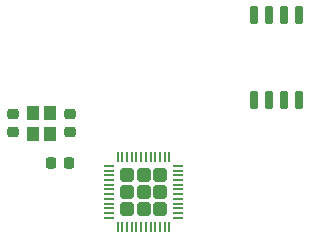
<source format=gbr>
G04 #@! TF.GenerationSoftware,KiCad,Pcbnew,5.99.0-unknown-3100cd3599~128~ubuntu20.04.1*
G04 #@! TF.CreationDate,2021-06-01T14:38:40+02:00*
G04 #@! TF.ProjectId,esp32,65737033-322e-46b6-9963-61645f706362,rev?*
G04 #@! TF.SameCoordinates,Original*
G04 #@! TF.FileFunction,Paste,Top*
G04 #@! TF.FilePolarity,Positive*
%FSLAX46Y46*%
G04 Gerber Fmt 4.6, Leading zero omitted, Abs format (unit mm)*
G04 Created by KiCad (PCBNEW 5.99.0-unknown-3100cd3599~128~ubuntu20.04.1) date 2021-06-01 14:38:40*
%MOMM*%
%LPD*%
G01*
G04 APERTURE LIST*
G04 Aperture macros list*
%AMRoundRect*
0 Rectangle with rounded corners*
0 $1 Rounding radius*
0 $2 $3 $4 $5 $6 $7 $8 $9 X,Y pos of 4 corners*
0 Add a 4 corners polygon primitive as box body*
4,1,4,$2,$3,$4,$5,$6,$7,$8,$9,$2,$3,0*
0 Add four circle primitives for the rounded corners*
1,1,$1+$1,$2,$3*
1,1,$1+$1,$4,$5*
1,1,$1+$1,$6,$7*
1,1,$1+$1,$8,$9*
0 Add four rect primitives between the rounded corners*
20,1,$1+$1,$2,$3,$4,$5,0*
20,1,$1+$1,$4,$5,$6,$7,0*
20,1,$1+$1,$6,$7,$8,$9,0*
20,1,$1+$1,$8,$9,$2,$3,0*%
G04 Aperture macros list end*
%ADD10RoundRect,0.150000X-0.150000X0.650000X-0.150000X-0.650000X0.150000X-0.650000X0.150000X0.650000X0*%
%ADD11R,1.000000X1.150000*%
%ADD12RoundRect,0.250000X-0.330000X-0.330000X0.330000X-0.330000X0.330000X0.330000X-0.330000X0.330000X0*%
%ADD13RoundRect,0.050000X-0.350000X-0.050000X0.350000X-0.050000X0.350000X0.050000X-0.350000X0.050000X0*%
%ADD14RoundRect,0.050000X-0.050000X-0.350000X0.050000X-0.350000X0.050000X0.350000X-0.050000X0.350000X0*%
%ADD15RoundRect,0.225000X0.250000X-0.225000X0.250000X0.225000X-0.250000X0.225000X-0.250000X-0.225000X0*%
%ADD16RoundRect,0.225000X0.225000X0.250000X-0.225000X0.250000X-0.225000X-0.250000X0.225000X-0.250000X0*%
G04 APERTURE END LIST*
D10*
X75405000Y-111000000D03*
X74135000Y-111000000D03*
X72865000Y-111000000D03*
X71595000Y-111000000D03*
X71595000Y-118200000D03*
X72865000Y-118200000D03*
X74135000Y-118200000D03*
X75405000Y-118200000D03*
D11*
X54300000Y-121075000D03*
X54300000Y-119325000D03*
X52900000Y-119325000D03*
X52900000Y-121075000D03*
D12*
X63680000Y-124570000D03*
X63680000Y-127430000D03*
X63680000Y-126000000D03*
X62250000Y-127430000D03*
X62250000Y-124570000D03*
X60820000Y-127430000D03*
X60820000Y-126000000D03*
X62250000Y-126000000D03*
X60820000Y-124570000D03*
D13*
X59300000Y-123800000D03*
X59300000Y-124200000D03*
X59300000Y-124600000D03*
X59300000Y-125000000D03*
X59300000Y-125400000D03*
X59300000Y-125800000D03*
X59300000Y-126200000D03*
X59300000Y-126600000D03*
X59300000Y-127000000D03*
X59300000Y-127400000D03*
X59300000Y-127800000D03*
X59300000Y-128200000D03*
D14*
X60050000Y-128950000D03*
X60450000Y-128950000D03*
X60850000Y-128950000D03*
X61250000Y-128950000D03*
X61650000Y-128950000D03*
X62050000Y-128950000D03*
X62450000Y-128950000D03*
X62850000Y-128950000D03*
X63250000Y-128950000D03*
X63650000Y-128950000D03*
X64050000Y-128950000D03*
X64450000Y-128950000D03*
D13*
X65200000Y-128200000D03*
X65200000Y-127800000D03*
X65200000Y-127400000D03*
X65200000Y-127000000D03*
X65200000Y-126600000D03*
X65200000Y-126200000D03*
X65200000Y-125800000D03*
X65200000Y-125400000D03*
X65200000Y-125000000D03*
X65200000Y-124600000D03*
X65200000Y-124200000D03*
X65200000Y-123800000D03*
D14*
X64450000Y-123050000D03*
X64050000Y-123050000D03*
X63650000Y-123050000D03*
X63250000Y-123050000D03*
X62850000Y-123050000D03*
X62450000Y-123050000D03*
X62050000Y-123050000D03*
X61650000Y-123050000D03*
X61250000Y-123050000D03*
X60850000Y-123050000D03*
X60450000Y-123050000D03*
X60050000Y-123050000D03*
D15*
X51200000Y-120975000D03*
X51200000Y-119425000D03*
D16*
X55975000Y-123600000D03*
X54425000Y-123600000D03*
D15*
X56000000Y-120975000D03*
X56000000Y-119425000D03*
M02*

</source>
